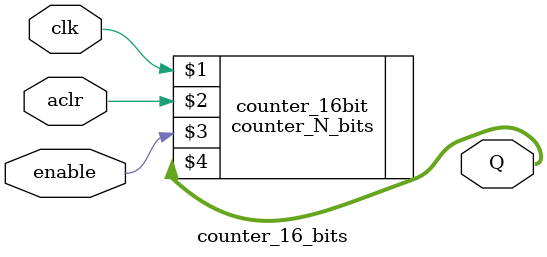
<source format=v>
module counter_16_bits(input clk, aclr, enable,
								output [15:0] Q);
								
	counter_N_bits#(16) counter_16bit(clk, aclr, enable, Q[15:0]);
	
endmodule

</source>
